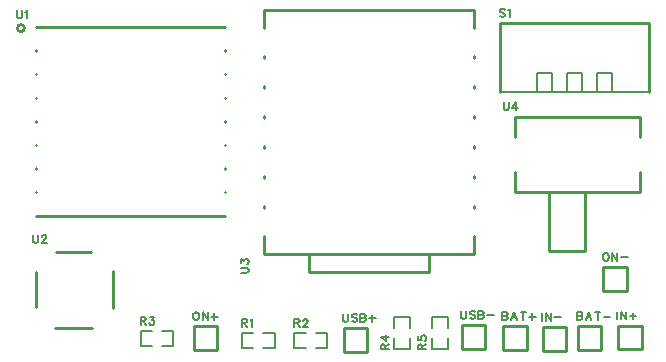
<source format=gto>
G04 Layer: TopSilkscreenLayer*
G04 EasyEDA Pro v2.2.37.7, 2025-04-12 19:39:53*
G04 Gerber Generator version 0.3*
G04 Scale: 100 percent, Rotated: No, Reflected: No*
G04 Dimensions in millimeters*
G04 Leading zeros omitted, absolute positions, 4 integers and 5 decimals*
%FSLAX45Y45*%
%MOMM*%
%ADD10C,0.1524*%
%ADD11C,0.254*%
%ADD12C,0.2032*%
G75*


G04 Text Start*
G54D10*
G01X-7038924Y2271135D02*
G01X-7038924Y2206111D01*
G01X-7038924Y2271135D02*
G01X-7010984Y2271135D01*
G01X-7001840Y2268087D01*
G01X-6998792Y2265039D01*
G01X-6995490Y2258689D01*
G01X-6995490Y2252593D01*
G01X-6998792Y2246497D01*
G01X-7001840Y2243449D01*
G01X-7010984Y2240147D01*
G01X-7038924Y2240147D02*
G01X-7010984Y2240147D01*
G01X-7001840Y2237099D01*
G01X-6998792Y2234051D01*
G01X-6995490Y2227955D01*
G01X-6995490Y2218557D01*
G01X-6998792Y2212461D01*
G01X-7001840Y2209159D01*
G01X-7010984Y2206111D01*
G01X-7038924Y2206111D01*
G01X-6940626Y2271135D02*
G01X-6965264Y2206111D01*
G01X-6940626Y2271135D02*
G01X-6915734Y2206111D01*
G01X-6956120Y2227955D02*
G01X-6925132Y2227955D01*
G01X-6863918Y2271135D02*
G01X-6863918Y2206111D01*
G01X-6885508Y2271135D02*
G01X-6842328Y2271135D01*
G01X-6784416Y2261991D02*
G01X-6784416Y2206111D01*
G01X-6812102Y2234051D02*
G01X-6756476Y2234051D01*
G01X-6407925Y2271376D02*
G01X-6407925Y2206352D01*
G01X-6407925Y2271376D02*
G01X-6379985Y2271376D01*
G01X-6370841Y2268328D01*
G01X-6367793Y2265280D01*
G01X-6364491Y2258930D01*
G01X-6364491Y2252834D01*
G01X-6367793Y2246738D01*
G01X-6370841Y2243690D01*
G01X-6379985Y2240388D01*
G01X-6407925Y2240388D02*
G01X-6379985Y2240388D01*
G01X-6370841Y2237340D01*
G01X-6367793Y2234292D01*
G01X-6364491Y2228196D01*
G01X-6364491Y2218798D01*
G01X-6367793Y2212702D01*
G01X-6370841Y2209400D01*
G01X-6379985Y2206352D01*
G01X-6407925Y2206352D01*
G01X-6309627Y2271376D02*
G01X-6334265Y2206352D01*
G01X-6309627Y2271376D02*
G01X-6284735Y2206352D01*
G01X-6325121Y2228196D02*
G01X-6294133Y2228196D01*
G01X-6232919Y2271376D02*
G01X-6232919Y2206352D01*
G01X-6254509Y2271376D02*
G01X-6211329Y2271376D01*
G01X-6181103Y2234292D02*
G01X-6125477Y2234292D01*
G01X-6065025Y2275135D02*
G01X-6065025Y2210111D01*
G01X-6034799Y2275135D02*
G01X-6034799Y2210111D01*
G01X-6034799Y2275135D02*
G01X-5991619Y2210111D01*
G01X-5991619Y2275135D02*
G01X-5991619Y2210111D01*
G01X-5933707Y2265991D02*
G01X-5933707Y2210111D01*
G01X-5961393Y2238051D02*
G01X-5905767Y2238051D01*
G01X-6704025Y2263375D02*
G01X-6704025Y2198351D01*
G01X-6673799Y2263375D02*
G01X-6673799Y2198351D01*
G01X-6673799Y2263375D02*
G01X-6630619Y2198351D01*
G01X-6630619Y2263375D02*
G01X-6630619Y2198351D01*
G01X-6600393Y2226291D02*
G01X-6544767Y2226291D01*
G01X-9639181Y2271135D02*
G01X-9645277Y2268087D01*
G01X-9651627Y2261991D01*
G01X-9654675Y2255641D01*
G01X-9657723Y2246497D01*
G01X-9657723Y2231003D01*
G01X-9654675Y2221605D01*
G01X-9651627Y2215509D01*
G01X-9645277Y2209159D01*
G01X-9639181Y2206111D01*
G01X-9626735Y2206111D01*
G01X-9620639Y2209159D01*
G01X-9614289Y2215509D01*
G01X-9611241Y2221605D01*
G01X-9608193Y2231003D01*
G01X-9608193Y2246497D01*
G01X-9611241Y2255641D01*
G01X-9614289Y2261991D01*
G01X-9620639Y2268087D01*
G01X-9626735Y2271135D01*
G01X-9639181Y2271135D01*
G01X-9577967Y2271135D02*
G01X-9577967Y2206111D01*
G01X-9577967Y2271135D02*
G01X-9534787Y2206111D01*
G01X-9534787Y2271135D02*
G01X-9534787Y2206111D01*
G01X-9476875Y2261991D02*
G01X-9476875Y2206111D01*
G01X-9504561Y2234051D02*
G01X-9448935Y2234051D01*
G01X-6169838Y2772334D02*
G01X-6175934Y2769286D01*
G01X-6182284Y2763190D01*
G01X-6185332Y2756840D01*
G01X-6188380Y2747696D01*
G01X-6188380Y2732202D01*
G01X-6185332Y2722804D01*
G01X-6182284Y2716708D01*
G01X-6175934Y2710358D01*
G01X-6169838Y2707310D01*
G01X-6157392Y2707310D01*
G01X-6151296Y2710358D01*
G01X-6144946Y2716708D01*
G01X-6141898Y2722804D01*
G01X-6138850Y2732202D01*
G01X-6138850Y2747696D01*
G01X-6141898Y2756840D01*
G01X-6144946Y2763190D01*
G01X-6151296Y2769286D01*
G01X-6157392Y2772334D01*
G01X-6169838Y2772334D01*
G01X-6108624Y2772334D02*
G01X-6108624Y2707310D01*
G01X-6108624Y2772334D02*
G01X-6065444Y2707310D01*
G01X-6065444Y2772334D02*
G01X-6065444Y2707310D01*
G01X-6035218Y2735250D02*
G01X-5979592Y2735250D01*
G01X-9244409Y2212614D02*
G01X-9244409Y2147590D01*
G01X-9244409Y2212614D02*
G01X-9216469Y2212614D01*
G01X-9207325Y2209566D01*
G01X-9204277Y2206518D01*
G01X-9200975Y2200168D01*
G01X-9200975Y2194072D01*
G01X-9204277Y2187976D01*
G01X-9207325Y2184928D01*
G01X-9216469Y2181626D01*
G01X-9244409Y2181626D01*
G01X-9222819Y2181626D02*
G01X-9200975Y2147590D01*
G01X-9170749Y2200168D02*
G01X-9164653Y2203470D01*
G01X-9155509Y2212614D01*
G01X-9155509Y2147590D01*
G01X-8799909Y2212614D02*
G01X-8799909Y2147590D01*
G01X-8799909Y2212614D02*
G01X-8771969Y2212614D01*
G01X-8762825Y2209566D01*
G01X-8759777Y2206518D01*
G01X-8756475Y2200168D01*
G01X-8756475Y2194072D01*
G01X-8759777Y2187976D01*
G01X-8762825Y2184928D01*
G01X-8771969Y2181626D01*
G01X-8799909Y2181626D01*
G01X-8778319Y2181626D02*
G01X-8756475Y2147590D01*
G01X-8723201Y2197120D02*
G01X-8723201Y2200168D01*
G01X-8720153Y2206518D01*
G01X-8717105Y2209566D01*
G01X-8711009Y2212614D01*
G01X-8698563Y2212614D01*
G01X-8692213Y2209566D01*
G01X-8689165Y2206518D01*
G01X-8686117Y2200168D01*
G01X-8686117Y2194072D01*
G01X-8689165Y2187976D01*
G01X-8695515Y2178578D01*
G01X-8726249Y2147590D01*
G01X-8683069Y2147590D01*
G01X-10101580Y2228336D02*
G01X-10101580Y2163312D01*
G01X-10101580Y2228336D02*
G01X-10073640Y2228336D01*
G01X-10064496Y2225288D01*
G01X-10061448Y2222240D01*
G01X-10058146Y2215890D01*
G01X-10058146Y2209794D01*
G01X-10061448Y2203698D01*
G01X-10064496Y2200650D01*
G01X-10073640Y2197348D01*
G01X-10101580Y2197348D01*
G01X-10079990Y2197348D02*
G01X-10058146Y2163312D01*
G01X-10021824Y2228336D02*
G01X-9987788Y2228336D01*
G01X-10006330Y2203698D01*
G01X-9997186Y2203698D01*
G01X-9990836Y2200650D01*
G01X-9987788Y2197348D01*
G01X-9984740Y2188204D01*
G01X-9984740Y2181854D01*
G01X-9987788Y2172710D01*
G01X-9993884Y2166360D01*
G01X-10003282Y2163312D01*
G01X-10012680Y2163312D01*
G01X-10021824Y2166360D01*
G01X-10024872Y2169662D01*
G01X-10027920Y2175758D01*
G01X-8067314Y1956991D02*
G01X-8002290Y1956991D01*
G01X-8067314Y1956991D02*
G01X-8067314Y1984931D01*
G01X-8064266Y1994075D01*
G01X-8061218Y1997123D01*
G01X-8054868Y2000425D01*
G01X-8048772Y2000425D01*
G01X-8042676Y1997123D01*
G01X-8039628Y1994075D01*
G01X-8036326Y1984931D01*
G01X-8036326Y1956991D01*
G01X-8036326Y1978581D02*
G01X-8002290Y2000425D01*
G01X-8067314Y2061385D02*
G01X-8024134Y2030651D01*
G01X-8024134Y2076879D01*
G01X-8067314Y2061385D02*
G01X-8002290Y2061385D01*
G01X-7749814Y1956991D02*
G01X-7684790Y1956991D01*
G01X-7749814Y1956991D02*
G01X-7749814Y1984931D01*
G01X-7746766Y1994075D01*
G01X-7743718Y1997123D01*
G01X-7737368Y2000425D01*
G01X-7731272Y2000425D01*
G01X-7725176Y1997123D01*
G01X-7722128Y1994075D01*
G01X-7718826Y1984931D01*
G01X-7718826Y1956991D01*
G01X-7718826Y1978581D02*
G01X-7684790Y2000425D01*
G01X-7749814Y2067735D02*
G01X-7749814Y2036747D01*
G01X-7722128Y2033699D01*
G01X-7725176Y2036747D01*
G01X-7728224Y2045891D01*
G01X-7728224Y2055289D01*
G01X-7725176Y2064687D01*
G01X-7718826Y2070783D01*
G01X-7709682Y2073831D01*
G01X-7703332Y2073831D01*
G01X-7694188Y2070783D01*
G01X-7687838Y2064687D01*
G01X-7684790Y2055289D01*
G01X-7684790Y2045891D01*
G01X-7687838Y2036747D01*
G01X-7691140Y2033699D01*
G01X-7697236Y2030651D01*
G01X-7017845Y4828553D02*
G01X-7024195Y4834649D01*
G01X-7033339Y4837697D01*
G01X-7045785Y4837697D01*
G01X-7055183Y4834649D01*
G01X-7061279Y4828553D01*
G01X-7061279Y4822203D01*
G01X-7058231Y4816107D01*
G01X-7055183Y4813059D01*
G01X-7048833Y4810011D01*
G01X-7030291Y4803661D01*
G01X-7024195Y4800613D01*
G01X-7021147Y4797565D01*
G01X-7017845Y4791215D01*
G01X-7017845Y4782071D01*
G01X-7024195Y4775721D01*
G01X-7033339Y4772673D01*
G01X-7045785Y4772673D01*
G01X-7055183Y4775721D01*
G01X-7061279Y4782071D01*
G01X-6987619Y4825251D02*
G01X-6981523Y4828553D01*
G01X-6972379Y4837697D01*
G01X-6972379Y4772673D01*
G01X-11150486Y4825822D02*
G01X-11150486Y4779340D01*
G01X-11147438Y4770196D01*
G01X-11141088Y4763846D01*
G01X-11131944Y4760798D01*
G01X-11125594Y4760798D01*
G01X-11116450Y4763846D01*
G01X-11110354Y4770196D01*
G01X-11107052Y4779340D01*
G01X-11107052Y4825822D01*
G01X-11076826Y4813376D02*
G01X-11070730Y4816678D01*
G01X-11061586Y4825822D01*
G01X-11061586Y4760798D01*
G01X-11014380Y2924734D02*
G01X-11014380Y2878252D01*
G01X-11011332Y2869108D01*
G01X-11004982Y2862758D01*
G01X-10995838Y2859710D01*
G01X-10989488Y2859710D01*
G01X-10980344Y2862758D01*
G01X-10974248Y2869108D01*
G01X-10970946Y2878252D01*
G01X-10970946Y2924734D01*
G01X-10937672Y2909240D02*
G01X-10937672Y2912288D01*
G01X-10934624Y2918638D01*
G01X-10931576Y2921686D01*
G01X-10925480Y2924734D01*
G01X-10913034Y2924734D01*
G01X-10906684Y2921686D01*
G01X-10903636Y2918638D01*
G01X-10900588Y2912288D01*
G01X-10900588Y2906192D01*
G01X-10903636Y2900096D01*
G01X-10909986Y2890698D01*
G01X-10940720Y2859710D01*
G01X-10897540Y2859710D01*
G01X-9253029Y2604968D02*
G01X-9206547Y2604968D01*
G01X-9197403Y2608016D01*
G01X-9191053Y2614366D01*
G01X-9188005Y2623510D01*
G01X-9188005Y2629860D01*
G01X-9191053Y2639004D01*
G01X-9197403Y2645100D01*
G01X-9206547Y2648402D01*
G01X-9253029Y2648402D01*
G01X-9253029Y2684724D02*
G01X-9253029Y2718760D01*
G01X-9228391Y2700218D01*
G01X-9228391Y2709362D01*
G01X-9225343Y2715712D01*
G01X-9222041Y2718760D01*
G01X-9212897Y2721808D01*
G01X-9206547Y2721808D01*
G01X-9197403Y2718760D01*
G01X-9191053Y2712664D01*
G01X-9188005Y2703266D01*
G01X-9188005Y2693868D01*
G01X-9191053Y2684724D01*
G01X-9194355Y2681676D01*
G01X-9200451Y2678628D01*
G01X-7028181Y4046436D02*
G01X-7028181Y3999954D01*
G01X-7025133Y3990810D01*
G01X-7018783Y3984460D01*
G01X-7009639Y3981412D01*
G01X-7003289Y3981412D01*
G01X-6994145Y3984460D01*
G01X-6988049Y3990810D01*
G01X-6984747Y3999954D01*
G01X-6984747Y4046436D01*
G01X-6923787Y4046436D02*
G01X-6954521Y4003256D01*
G01X-6908293Y4003256D01*
G01X-6923787Y4046436D02*
G01X-6923787Y3981412D01*
G01X-8387723Y2254676D02*
G01X-8387723Y2208194D01*
G01X-8384675Y2199050D01*
G01X-8378325Y2192700D01*
G01X-8369181Y2189652D01*
G01X-8362831Y2189652D01*
G01X-8353687Y2192700D01*
G01X-8347591Y2199050D01*
G01X-8344289Y2208194D01*
G01X-8344289Y2254676D01*
G01X-8270883Y2245532D02*
G01X-8276979Y2251628D01*
G01X-8286377Y2254676D01*
G01X-8298823Y2254676D01*
G01X-8307967Y2251628D01*
G01X-8314063Y2245532D01*
G01X-8314063Y2239182D01*
G01X-8311015Y2233086D01*
G01X-8307967Y2230038D01*
G01X-8301871Y2226990D01*
G01X-8283329Y2220640D01*
G01X-8276979Y2217592D01*
G01X-8273931Y2214544D01*
G01X-8270883Y2208194D01*
G01X-8270883Y2199050D01*
G01X-8276979Y2192700D01*
G01X-8286377Y2189652D01*
G01X-8298823Y2189652D01*
G01X-8307967Y2192700D01*
G01X-8314063Y2199050D01*
G01X-8240657Y2254676D02*
G01X-8240657Y2189652D01*
G01X-8240657Y2254676D02*
G01X-8212971Y2254676D01*
G01X-8203573Y2251628D01*
G01X-8200525Y2248580D01*
G01X-8197477Y2242230D01*
G01X-8197477Y2236134D01*
G01X-8200525Y2230038D01*
G01X-8203573Y2226990D01*
G01X-8212971Y2223688D01*
G01X-8240657Y2223688D02*
G01X-8212971Y2223688D01*
G01X-8203573Y2220640D01*
G01X-8200525Y2217592D01*
G01X-8197477Y2211496D01*
G01X-8197477Y2202098D01*
G01X-8200525Y2196002D01*
G01X-8203573Y2192700D01*
G01X-8212971Y2189652D01*
G01X-8240657Y2189652D01*
G01X-8139565Y2245532D02*
G01X-8139565Y2189652D01*
G01X-8167251Y2217592D02*
G01X-8111625Y2217592D01*
G01X-7388423Y2280076D02*
G01X-7388423Y2233594D01*
G01X-7385375Y2224450D01*
G01X-7379025Y2218100D01*
G01X-7369881Y2215052D01*
G01X-7363531Y2215052D01*
G01X-7354387Y2218100D01*
G01X-7348291Y2224450D01*
G01X-7344989Y2233594D01*
G01X-7344989Y2280076D01*
G01X-7271583Y2270932D02*
G01X-7277679Y2277028D01*
G01X-7287077Y2280076D01*
G01X-7299523Y2280076D01*
G01X-7308667Y2277028D01*
G01X-7314763Y2270932D01*
G01X-7314763Y2264582D01*
G01X-7311715Y2258486D01*
G01X-7308667Y2255438D01*
G01X-7302571Y2252390D01*
G01X-7284029Y2246040D01*
G01X-7277679Y2242992D01*
G01X-7274631Y2239944D01*
G01X-7271583Y2233594D01*
G01X-7271583Y2224450D01*
G01X-7277679Y2218100D01*
G01X-7287077Y2215052D01*
G01X-7299523Y2215052D01*
G01X-7308667Y2218100D01*
G01X-7314763Y2224450D01*
G01X-7241357Y2280076D02*
G01X-7241357Y2215052D01*
G01X-7241357Y2280076D02*
G01X-7213671Y2280076D01*
G01X-7204273Y2277028D01*
G01X-7201225Y2273980D01*
G01X-7198177Y2267630D01*
G01X-7198177Y2261534D01*
G01X-7201225Y2255438D01*
G01X-7204273Y2252390D01*
G01X-7213671Y2249088D01*
G01X-7241357Y2249088D02*
G01X-7213671Y2249088D01*
G01X-7204273Y2246040D01*
G01X-7201225Y2242992D01*
G01X-7198177Y2236896D01*
G01X-7198177Y2227498D01*
G01X-7201225Y2221402D01*
G01X-7204273Y2218100D01*
G01X-7213671Y2215052D01*
G01X-7241357Y2215052D01*
G01X-7167951Y2242992D02*
G01X-7112325Y2242992D01*
G04 Text End*

G04 PolygonModel Start*
G54D11*
G01X-6833845Y2151501D02*
G01X-6833845Y1951501D01*
G01X-6833845Y1951501D02*
G01X-7033844Y1951501D01*
G01X-7033844Y1951501D02*
G01X-7033844Y2151501D01*
G01X-7033844Y2151501D02*
G01X-6833845Y2151501D01*
G01X-6202845Y2151742D02*
G01X-6202845Y1951743D01*
G01X-6202845Y1951743D02*
G01X-6402845Y1951743D01*
G01X-6402845Y1951743D02*
G01X-6402845Y2151742D01*
G01X-6402845Y2151742D02*
G01X-6202845Y2151742D01*
G01X-5859945Y2155501D02*
G01X-5859945Y1955502D01*
G01X-5859945Y1955502D02*
G01X-6059945Y1955502D01*
G01X-6059945Y1955502D02*
G01X-6059945Y2155501D01*
G01X-6059945Y2155501D02*
G01X-5859945Y2155501D01*
G01X-6498946Y2143741D02*
G01X-6498946Y1943742D01*
G01X-6498946Y1943742D02*
G01X-6698945Y1943742D01*
G01X-6698945Y1943742D02*
G01X-6698945Y2143741D01*
G01X-6698945Y2143741D02*
G01X-6498946Y2143741D01*
G01X-9452643Y2151501D02*
G01X-9452643Y1951501D01*
G01X-9452643Y1951501D02*
G01X-9652643Y1951501D01*
G01X-9652643Y1951501D02*
G01X-9652643Y2151501D01*
G01X-9652643Y2151501D02*
G01X-9452643Y2151501D01*
G01X-5983300Y2652700D02*
G01X-5983300Y2452700D01*
G01X-5983300Y2452700D02*
G01X-6183300Y2452700D01*
G01X-6183300Y2452700D02*
G01X-6183300Y2652700D01*
G01X-6183300Y2652700D02*
G01X-5983300Y2652700D01*
G54D10*
G01X-9063279Y1965940D02*
G01X-8967391Y1965940D01*
G01X-8967391Y1965940D02*
G01X-8967391Y2098060D01*
G01X-8967391Y2098060D02*
G01X-9063279Y2098060D01*
G01X-9148521Y1965940D02*
G01X-9244409Y1965940D01*
G01X-9244409Y1965940D02*
G01X-9244409Y2098060D01*
G01X-9244409Y2098060D02*
G01X-9148521Y2098060D01*
G01X-8618779Y1965940D02*
G01X-8522891Y1965940D01*
G01X-8522891Y1965940D02*
G01X-8522891Y2098060D01*
G01X-8522891Y2098060D02*
G01X-8618779Y2098060D01*
G01X-8704021Y1965940D02*
G01X-8799909Y1965940D01*
G01X-8799909Y1965940D02*
G01X-8799909Y2098060D01*
G01X-8799909Y2098060D02*
G01X-8704021Y2098060D01*
G01X-9920450Y1981661D02*
G01X-9824563Y1981661D01*
G01X-9824563Y1981661D02*
G01X-9824563Y2113782D01*
G01X-9824563Y2113782D02*
G01X-9920450Y2113782D01*
G01X-10005692Y1981661D02*
G01X-10101580Y1981661D01*
G01X-10101580Y1981661D02*
G01X-10101580Y2113782D01*
G01X-10101580Y2113782D02*
G01X-10005692Y2113782D01*
G01X-7820640Y2138121D02*
G01X-7820640Y2234009D01*
G01X-7820640Y2234009D02*
G01X-7952760Y2234009D01*
G01X-7952760Y2234009D02*
G01X-7952760Y2138121D01*
G01X-7820640Y2052879D02*
G01X-7820640Y1956991D01*
G01X-7820640Y1956991D02*
G01X-7952760Y1956991D01*
G01X-7952760Y1956991D02*
G01X-7952760Y2052879D01*
G01X-7503140Y2138121D02*
G01X-7503140Y2234009D01*
G01X-7503140Y2234009D02*
G01X-7635260Y2234009D01*
G01X-7635260Y2234009D02*
G01X-7635260Y2138121D01*
G01X-7503140Y2052879D02*
G01X-7503140Y1956991D01*
G01X-7503140Y1956991D02*
G01X-7635260Y1956991D01*
G01X-7635260Y1956991D02*
G01X-7635260Y2052879D01*
G54D11*
G01X-5795264Y4133088D02*
G01X-5795264Y4717125D01*
G01X-5795264Y4717125D02*
G01X-5796201Y4718063D01*
G01X-5796201Y4718063D02*
G01X-7056199Y4718063D01*
G01X-7056199Y4718063D02*
G01X-7056199Y4133088D01*
G54D12*
G01X-6108700Y4133088D02*
G01X-6108700Y4292600D01*
G01X-6108700Y4292600D02*
G01X-6235700Y4292600D01*
G01X-6235700Y4292600D02*
G01X-6235700Y4133088D01*
G01X-6362700Y4133088D02*
G01X-6362700Y4292600D01*
G01X-6362700Y4292600D02*
G01X-6489700Y4292600D01*
G01X-6489700Y4292600D02*
G01X-6489700Y4133088D01*
G01X-6616700Y4133088D02*
G01X-6616700Y4292600D01*
G01X-6616700Y4292600D02*
G01X-6743700Y4292600D01*
G01X-6743700Y4292600D02*
G01X-6743700Y4133088D01*
G01X-7057136Y4133088D02*
G01X-6045200Y4133088D01*
G01X-6045200Y4133088D02*
G01X-5795264Y4133088D01*
G54D11*
G01X-10985411Y4684311D02*
G01X-10985411Y4686198D01*
G01X-10985411Y4484312D02*
G01X-10985411Y4488083D01*
G01X-10985411Y4284312D02*
G01X-10985411Y4288086D01*
G01X-10985411Y4084312D02*
G01X-10985411Y4088084D01*
G01X-10985411Y3884313D02*
G01X-10985411Y3888087D01*
G01X-10985411Y3684313D02*
G01X-10985411Y3688085D01*
G01X-10985411Y3484314D02*
G01X-10985411Y3488085D01*
G01X-10985411Y3284314D02*
G01X-10985411Y3288086D01*
G01X-10985411Y3086202D02*
G01X-10985411Y3088086D01*
G01X-9385414Y3088086D02*
G01X-9385414Y3086202D01*
G01X-9385414Y3086202D02*
G01X-10985411Y3086202D01*
G01X-9385414Y3288086D02*
G01X-9385414Y3284314D01*
G01X-9385414Y3488085D02*
G01X-9385414Y3484314D01*
G01X-9385414Y3688085D02*
G01X-9385414Y3684313D01*
G01X-9385414Y3888087D02*
G01X-9385414Y3884313D01*
G01X-9385414Y4088084D02*
G01X-9385414Y4084312D01*
G01X-9385414Y4288086D02*
G01X-9385414Y4284312D01*
G01X-9385414Y4488083D02*
G01X-9385414Y4484312D01*
G01X-10985411Y4686198D02*
G01X-9385414Y4686198D01*
G01X-9385414Y4686198D02*
G01X-9385414Y4684311D01*
G01X-10519430Y2781300D02*
G01X-10816570Y2781300D01*
G01X-10337800Y2306429D02*
G01X-10337800Y2621171D01*
G01X-10825371Y2133600D02*
G01X-10510629Y2133600D01*
G01X-10985500Y2612370D02*
G01X-10985500Y2315230D01*
G01X-8674618Y2762306D02*
G01X-8674618Y2610302D01*
G01X-8674618Y2610302D02*
G01X-7657102Y2610302D01*
G01X-7657102Y2610302D02*
G01X-7657102Y2762306D01*
G01X-7276102Y4423415D02*
G01X-7276102Y4441185D01*
G01X-7276102Y4169415D02*
G01X-7276102Y4187187D01*
G01X-7276102Y3915415D02*
G01X-7276102Y3933187D01*
G01X-7276102Y3661415D02*
G01X-7276102Y3679187D01*
G01X-7276102Y3407415D02*
G01X-7276102Y3425187D01*
G01X-7276102Y3153418D02*
G01X-7276102Y3171187D01*
G01X-9056098Y2917190D02*
G01X-9056098Y2762306D01*
G01X-9056098Y2762306D02*
G01X-7276102Y2762306D01*
G01X-7276102Y2762306D02*
G01X-7276102Y2917190D01*
G01X-9056098Y3171187D02*
G01X-9056098Y3153418D01*
G01X-9056098Y3425187D02*
G01X-9056098Y3407415D01*
G01X-9056098Y3679187D02*
G01X-9056098Y3661415D01*
G01X-9056098Y3933187D02*
G01X-9056098Y3915415D01*
G01X-9056098Y4187187D02*
G01X-9056098Y4169415D01*
G01X-9056098Y4441185D02*
G01X-9056098Y4423415D01*
G01X-7276102Y4677413D02*
G01X-7276102Y4832302D01*
G01X-7276102Y4832302D02*
G01X-9056098Y4832302D01*
G01X-9056098Y4832302D02*
G01X-9056098Y4677413D01*
G01X-6340996Y2786802D02*
G01X-6640995Y2786802D01*
G01X-6640995Y2786802D02*
G01X-6640995Y3286803D01*
G01X-6340996Y2786802D02*
G01X-6340996Y3286803D01*
G01X-6930801Y3460046D02*
G01X-6930801Y3286803D01*
G01X-6930801Y3926802D02*
G01X-6930801Y3753554D01*
G01X-5870799Y3460046D02*
G01X-5870799Y3286803D01*
G01X-5870799Y3926802D02*
G01X-5870799Y3753554D01*
G01X-6930801Y3286803D02*
G01X-5870799Y3286803D01*
G01X-6930801Y3926802D02*
G01X-5870799Y3926802D01*
G01X-8182643Y2135042D02*
G01X-8182643Y1935042D01*
G01X-8182643Y1935042D02*
G01X-8382643Y1935042D01*
G01X-8382643Y1935042D02*
G01X-8382643Y2135042D01*
G01X-8382643Y2135042D02*
G01X-8182643Y2135042D01*
G01X-7183344Y2160442D02*
G01X-7183344Y1960442D01*
G01X-7183344Y1960442D02*
G01X-7383343Y1960442D01*
G01X-7383343Y1960442D02*
G01X-7383343Y2160442D01*
G01X-7383343Y2160442D02*
G01X-7183344Y2160442D01*

G04 Circle Start*
G01X-11145406Y4676191D02*
G03X-11085411Y4676191I29997J0D01*
G03X-11145406Y4676191I-29997J0D01*
G04 Circle End*

M02*


</source>
